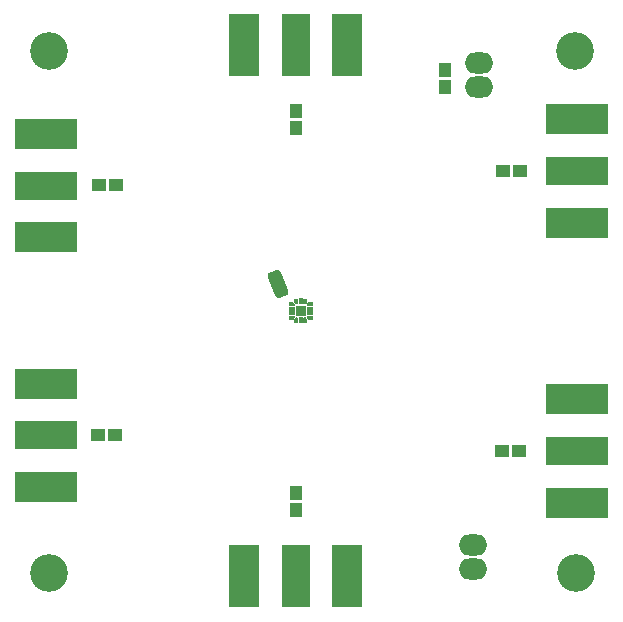
<source format=gts>
G04*
G04 #@! TF.GenerationSoftware,Altium Limited,Altium Designer,19.0.5 (141)*
G04*
G04 Layer_Color=8388736*
%FSLAX44Y44*%
%MOMM*%
G71*
G01*
G75*
%ADD18R,0.2000X0.2000*%
%ADD24R,5.2832X2.4892*%
%ADD25R,5.2832X2.6162*%
%ADD26R,2.4892X5.2832*%
%ADD27R,2.6162X5.2832*%
%ADD28R,0.8800X0.8800*%
%ADD29R,0.3400X0.5000*%
%ADD30R,0.5000X0.3400*%
%ADD31R,1.1332X1.2132*%
%ADD32R,1.2132X1.1332*%
%ADD33O,2.4032X1.8032*%
G04:AMPARAMS|DCode=34|XSize=2.3mm|YSize=1.2mm|CornerRadius=0.3mm|HoleSize=0mm|Usage=FLASHONLY|Rotation=112.000|XOffset=0mm|YOffset=0mm|HoleType=Round|Shape=RoundedRectangle|*
%AMROUNDEDRECTD34*
21,1,2.3000,0.6000,0,0,112.0*
21,1,1.7000,1.2000,0,0,112.0*
1,1,0.6000,-0.0403,0.9005*
1,1,0.6000,0.5966,-0.6757*
1,1,0.6000,0.0403,-0.9005*
1,1,0.6000,-0.5966,0.6757*
%
%ADD34ROUNDEDRECTD34*%
%ADD35C,3.2032*%
G36*
X246815Y245884D02*
X246708Y245858D01*
X246606Y245816D01*
X246512Y245758D01*
X246428Y245686D01*
X246357Y245603D01*
X246299Y245509D01*
X246257Y245407D01*
X246231Y245300D01*
X246223Y245190D01*
Y244290D01*
X246225Y244261D01*
X246225Y244232D01*
X246229Y244206D01*
X246231Y244180D01*
X246238Y244152D01*
X246243Y244123D01*
X246251Y244098D01*
X246257Y244073D01*
X246268Y244046D01*
X246277Y244018D01*
X246289Y243995D01*
X246299Y243971D01*
X246314Y243946D01*
X246328Y243920D01*
X246343Y243899D01*
X246357Y243877D01*
X246376Y243855D01*
X246393Y243832D01*
X246411Y243813D01*
X246428Y243794D01*
X246450Y243775D01*
X246471Y243754D01*
X247771Y242654D01*
X247792Y242639D01*
X247812Y242622D01*
X247837Y242607D01*
X247861Y242590D01*
X247884Y242578D01*
X247906Y242564D01*
X247933Y242553D01*
X247959Y242540D01*
X247984Y242532D01*
X248008Y242522D01*
X248036Y242515D01*
X248064Y242507D01*
X248090Y242502D01*
X248115Y242496D01*
X248144Y242494D01*
X248173Y242490D01*
X248199Y242490D01*
X248225Y242488D01*
X250525D01*
X250635Y242496D01*
X250742Y242522D01*
X250844Y242564D01*
X250937Y242622D01*
X251021Y242694D01*
X251093Y242777D01*
X251150Y242871D01*
X251192Y242973D01*
X251218Y243080D01*
X251227Y243190D01*
Y245190D01*
X251218Y245300D01*
X251192Y245407D01*
X251150Y245509D01*
X251093Y245603D01*
X251021Y245686D01*
X250937Y245758D01*
X250844Y245816D01*
X250742Y245858D01*
X250635Y245884D01*
X250525Y245892D01*
X246925D01*
X246815Y245884D01*
D02*
G37*
G36*
X243915Y244683D02*
X243808Y244658D01*
X243706Y244616D01*
X243612Y244558D01*
X243528Y244487D01*
X243457Y244403D01*
X243399Y244309D01*
X243357Y244207D01*
X243331Y244100D01*
X243323Y243990D01*
Y240390D01*
X243331Y240280D01*
X243357Y240173D01*
X243399Y240071D01*
X243457Y239977D01*
X243528Y239893D01*
X243612Y239822D01*
X243706Y239764D01*
X243808Y239722D01*
X243915Y239697D01*
X244025Y239688D01*
X246025D01*
X246134Y239697D01*
X246242Y239722D01*
X246343Y239764D01*
X246437Y239822D01*
X246521Y239893D01*
X246593Y239977D01*
X246650Y240071D01*
X246693Y240173D01*
X246718Y240280D01*
X246727Y240390D01*
Y242690D01*
X246725Y242716D01*
X246725Y242742D01*
X246721Y242771D01*
X246718Y242800D01*
X246712Y242825D01*
X246708Y242851D01*
X246699Y242879D01*
X246693Y242907D01*
X246683Y242931D01*
X246675Y242956D01*
X246661Y242982D01*
X246650Y243009D01*
X246637Y243031D01*
X246625Y243054D01*
X246608Y243078D01*
X246593Y243103D01*
X246576Y243122D01*
X246561Y243144D01*
X245461Y244443D01*
X245440Y244464D01*
X245421Y244487D01*
X245401Y244503D01*
X245383Y244522D01*
X245359Y244539D01*
X245337Y244558D01*
X245315Y244572D01*
X245294Y244587D01*
X245268Y244600D01*
X245243Y244616D01*
X245219Y244625D01*
X245196Y244638D01*
X245169Y244647D01*
X245142Y244658D01*
X245116Y244664D01*
X245092Y244672D01*
X245063Y244677D01*
X245035Y244683D01*
X245009Y244686D01*
X244983Y244690D01*
X244954Y244690D01*
X244925Y244692D01*
X244025D01*
X243915Y244683D01*
D02*
G37*
G36*
X231415Y245884D02*
X231308Y245858D01*
X231206Y245816D01*
X231112Y245758D01*
X231028Y245686D01*
X230957Y245603D01*
X230899Y245509D01*
X230857Y245407D01*
X230831Y245300D01*
X230823Y245190D01*
Y243190D01*
X230831Y243080D01*
X230857Y242973D01*
X230899Y242871D01*
X230957Y242777D01*
X231028Y242694D01*
X231112Y242622D01*
X231206Y242564D01*
X231308Y242522D01*
X231415Y242496D01*
X231525Y242488D01*
X233825D01*
X233851Y242490D01*
X233877Y242490D01*
X233905Y242494D01*
X233935Y242496D01*
X233960Y242502D01*
X233986Y242507D01*
X234013Y242515D01*
X234042Y242522D01*
X234066Y242532D01*
X234090Y242540D01*
X234116Y242553D01*
X234144Y242564D01*
X234165Y242578D01*
X234189Y242590D01*
X234213Y242607D01*
X234237Y242622D01*
X234257Y242639D01*
X234278Y242654D01*
X235578Y243754D01*
X235599Y243775D01*
X235621Y243794D01*
X235638Y243813D01*
X235657Y243832D01*
X235674Y243855D01*
X235693Y243877D01*
X235706Y243899D01*
X235722Y243920D01*
X235735Y243946D01*
X235750Y243971D01*
X235760Y243995D01*
X235772Y244018D01*
X235781Y244046D01*
X235793Y244073D01*
X235799Y244098D01*
X235807Y244123D01*
X235811Y244152D01*
X235818Y244180D01*
X235820Y244206D01*
X235824Y244232D01*
X235825Y244261D01*
X235827Y244290D01*
Y245190D01*
X235818Y245300D01*
X235793Y245407D01*
X235750Y245509D01*
X235693Y245603D01*
X235621Y245686D01*
X235537Y245758D01*
X235443Y245816D01*
X235342Y245858D01*
X235235Y245884D01*
X235125Y245892D01*
X231525D01*
X231415Y245884D01*
D02*
G37*
G36*
X237095Y244690D02*
X237066Y244690D01*
X237041Y244686D01*
X237015Y244683D01*
X236986Y244677D01*
X236958Y244672D01*
X236933Y244664D01*
X236908Y244658D01*
X236881Y244647D01*
X236853Y244638D01*
X236830Y244625D01*
X236806Y244616D01*
X236781Y244600D01*
X236755Y244587D01*
X236734Y244572D01*
X236712Y244558D01*
X236690Y244539D01*
X236666Y244522D01*
X236648Y244503D01*
X236628Y244487D01*
X236609Y244464D01*
X236589Y244443D01*
X235489Y243144D01*
X235473Y243122D01*
X235457Y243103D01*
X235441Y243078D01*
X235424Y243054D01*
X235413Y243031D01*
X235399Y243009D01*
X235388Y242982D01*
X235375Y242956D01*
X235367Y242931D01*
X235357Y242907D01*
X235350Y242879D01*
X235341Y242851D01*
X235337Y242825D01*
X235331Y242800D01*
X235329Y242771D01*
X235324Y242742D01*
X235325Y242716D01*
X235323Y242690D01*
Y240390D01*
X235331Y240280D01*
X235357Y240173D01*
X235399Y240071D01*
X235457Y239977D01*
X235528Y239893D01*
X235612Y239822D01*
X235706Y239764D01*
X235808Y239722D01*
X235915Y239697D01*
X236025Y239688D01*
X238025D01*
X238135Y239697D01*
X238242Y239722D01*
X238344Y239764D01*
X238437Y239822D01*
X238521Y239893D01*
X238593Y239977D01*
X238650Y240071D01*
X238692Y240173D01*
X238718Y240280D01*
X238727Y240390D01*
Y243990D01*
X238718Y244100D01*
X238692Y244207D01*
X238650Y244309D01*
X238593Y244403D01*
X238521Y244487D01*
X238437Y244558D01*
X238344Y244616D01*
X238242Y244658D01*
X238135Y244683D01*
X238025Y244692D01*
X237125D01*
X237095Y244690D01*
D02*
G37*
G36*
X243915Y260683D02*
X243808Y260658D01*
X243706Y260616D01*
X243612Y260558D01*
X243528Y260487D01*
X243457Y260403D01*
X243399Y260309D01*
X243357Y260207D01*
X243331Y260100D01*
X243323Y259990D01*
Y256390D01*
X243331Y256280D01*
X243357Y256173D01*
X243399Y256071D01*
X243457Y255977D01*
X243528Y255893D01*
X243612Y255822D01*
X243706Y255764D01*
X243808Y255722D01*
X243915Y255697D01*
X244025Y255688D01*
X244925D01*
X244954Y255690D01*
X244983Y255690D01*
X245009Y255694D01*
X245035Y255697D01*
X245063Y255703D01*
X245092Y255708D01*
X245116Y255716D01*
X245142Y255722D01*
X245169Y255733D01*
X245196Y255742D01*
X245219Y255754D01*
X245243Y255764D01*
X245268Y255780D01*
X245294Y255793D01*
X245315Y255808D01*
X245337Y255822D01*
X245359Y255841D01*
X245383Y255858D01*
X245401Y255877D01*
X245421Y255893D01*
X245440Y255916D01*
X245461Y255936D01*
X246561Y257236D01*
X246576Y257257D01*
X246593Y257277D01*
X246608Y257302D01*
X246625Y257326D01*
X246637Y257349D01*
X246650Y257371D01*
X246661Y257398D01*
X246675Y257424D01*
X246683Y257449D01*
X246693Y257473D01*
X246699Y257501D01*
X246708Y257529D01*
X246712Y257555D01*
X246718Y257580D01*
X246721Y257610D01*
X246725Y257638D01*
X246725Y257664D01*
X246727Y257690D01*
Y259990D01*
X246718Y260100D01*
X246693Y260207D01*
X246650Y260309D01*
X246593Y260403D01*
X246521Y260487D01*
X246437Y260558D01*
X246343Y260616D01*
X246242Y260658D01*
X246134Y260683D01*
X246025Y260692D01*
X244025D01*
X243915Y260683D01*
D02*
G37*
G36*
X248199Y257890D02*
X248173Y257890D01*
X248144Y257886D01*
X248115Y257883D01*
X248090Y257877D01*
X248064Y257873D01*
X248036Y257865D01*
X248008Y257858D01*
X247984Y257848D01*
X247959Y257840D01*
X247933Y257827D01*
X247906Y257816D01*
X247884Y257802D01*
X247861Y257790D01*
X247837Y257773D01*
X247812Y257758D01*
X247792Y257741D01*
X247771Y257726D01*
X246471Y256626D01*
X246450Y256605D01*
X246428Y256586D01*
X246411Y256567D01*
X246393Y256549D01*
X246376Y256525D01*
X246357Y256503D01*
X246343Y256481D01*
X246328Y256460D01*
X246314Y256434D01*
X246299Y256409D01*
X246289Y256385D01*
X246277Y256362D01*
X246268Y256334D01*
X246257Y256307D01*
X246251Y256282D01*
X246243Y256257D01*
X246238Y256228D01*
X246231Y256200D01*
X246229Y256174D01*
X246225Y256148D01*
X246225Y256119D01*
X246222Y256090D01*
Y255190D01*
X246231Y255080D01*
X246257Y254973D01*
X246299Y254871D01*
X246357Y254777D01*
X246428Y254694D01*
X246512Y254622D01*
X246606Y254564D01*
X246708Y254522D01*
X246815Y254496D01*
X246925Y254488D01*
X250525D01*
X250634Y254496D01*
X250742Y254522D01*
X250844Y254564D01*
X250937Y254622D01*
X251021Y254694D01*
X251093Y254777D01*
X251150Y254871D01*
X251192Y254973D01*
X251218Y255080D01*
X251227Y255190D01*
Y257190D01*
X251218Y257300D01*
X251192Y257407D01*
X251150Y257509D01*
X251093Y257603D01*
X251021Y257687D01*
X250937Y257758D01*
X250844Y257816D01*
X250742Y257858D01*
X250634Y257883D01*
X250525Y257892D01*
X248225D01*
X248199Y257890D01*
D02*
G37*
G36*
X231415Y257883D02*
X231308Y257858D01*
X231206Y257816D01*
X231112Y257758D01*
X231028Y257687D01*
X230957Y257603D01*
X230899Y257509D01*
X230857Y257407D01*
X230831Y257300D01*
X230823Y257190D01*
Y255190D01*
X230831Y255080D01*
X230857Y254973D01*
X230899Y254871D01*
X230957Y254777D01*
X231028Y254694D01*
X231112Y254622D01*
X231206Y254564D01*
X231308Y254522D01*
X231415Y254496D01*
X231525Y254488D01*
X235125D01*
X235235Y254496D01*
X235342Y254522D01*
X235443Y254564D01*
X235537Y254622D01*
X235621Y254694D01*
X235693Y254777D01*
X235750Y254871D01*
X235793Y254973D01*
X235818Y255080D01*
X235827Y255190D01*
Y256090D01*
X235825Y256119D01*
X235824Y256148D01*
X235820Y256174D01*
X235818Y256200D01*
X235811Y256228D01*
X235807Y256257D01*
X235799Y256282D01*
X235793Y256307D01*
X235781Y256334D01*
X235772Y256362D01*
X235760Y256385D01*
X235750Y256409D01*
X235735Y256434D01*
X235722Y256460D01*
X235706Y256481D01*
X235693Y256503D01*
X235674Y256525D01*
X235657Y256549D01*
X235638Y256567D01*
X235621Y256586D01*
X235599Y256605D01*
X235578Y256626D01*
X234278Y257726D01*
X234257Y257741D01*
X234237Y257758D01*
X234213Y257773D01*
X234189Y257790D01*
X234165Y257802D01*
X234144Y257816D01*
X234116Y257827D01*
X234090Y257840D01*
X234066Y257848D01*
X234042Y257858D01*
X234013Y257865D01*
X233986Y257873D01*
X233960Y257877D01*
X233935Y257883D01*
X233905Y257886D01*
X233877Y257890D01*
X233851Y257890D01*
X233825Y257892D01*
X231525D01*
X231415Y257883D01*
D02*
G37*
G36*
X235915Y260683D02*
X235808Y260658D01*
X235706Y260616D01*
X235612Y260558D01*
X235528Y260487D01*
X235457Y260403D01*
X235399Y260309D01*
X235357Y260207D01*
X235331Y260100D01*
X235323Y259990D01*
Y257690D01*
X235325Y257664D01*
X235324Y257638D01*
X235329Y257610D01*
X235331Y257580D01*
X235337Y257555D01*
X235341Y257529D01*
X235350Y257501D01*
X235357Y257473D01*
X235367Y257449D01*
X235375Y257424D01*
X235388Y257398D01*
X235399Y257371D01*
X235413Y257349D01*
X235424Y257326D01*
X235441Y257302D01*
X235457Y257277D01*
X235473Y257258D01*
X235489Y257236D01*
X236589Y255937D01*
X236609Y255916D01*
X236628Y255893D01*
X236648Y255877D01*
X236666Y255858D01*
X236690Y255841D01*
X236712Y255822D01*
X236734Y255808D01*
X236755Y255793D01*
X236781Y255780D01*
X236806Y255764D01*
X236830Y255755D01*
X236853Y255742D01*
X236881Y255733D01*
X236908Y255722D01*
X236933Y255716D01*
X236958Y255708D01*
X236986Y255703D01*
X237015Y255697D01*
X237041Y255694D01*
X237066Y255690D01*
X237095Y255690D01*
X237125Y255688D01*
X238025D01*
X238135Y255697D01*
X238242Y255722D01*
X238344Y255764D01*
X238437Y255822D01*
X238521Y255893D01*
X238593Y255977D01*
X238650Y256071D01*
X238692Y256173D01*
X238718Y256280D01*
X238727Y256390D01*
Y259990D01*
X238718Y260100D01*
X238692Y260207D01*
X238650Y260309D01*
X238593Y260403D01*
X238521Y260487D01*
X238437Y260558D01*
X238344Y260616D01*
X238242Y260658D01*
X238135Y260683D01*
X238025Y260692D01*
X236025D01*
X235915Y260683D01*
D02*
G37*
D18*
X237025Y241590D02*
D03*
X245015Y241510D02*
D03*
X249265Y244190D02*
D03*
X249475Y256190D02*
D03*
X245025Y258930D02*
D03*
X237025D02*
D03*
X232575Y256190D02*
D03*
X232525Y244180D02*
D03*
D24*
X474540Y131445D02*
D03*
X474705Y368465D02*
D03*
X25356Y144780D02*
D03*
Y356235D02*
D03*
D25*
X474540Y175260D02*
D03*
Y87630D02*
D03*
X474705Y412280D02*
D03*
Y324650D02*
D03*
X25356Y100965D02*
D03*
Y188595D02*
D03*
Y312420D02*
D03*
Y400050D02*
D03*
D26*
X236580Y25790D02*
D03*
Y474980D02*
D03*
D27*
X280395Y25790D02*
D03*
X192765D02*
D03*
Y474980D02*
D03*
X280395D02*
D03*
D28*
X241025Y250190D02*
D03*
D29*
Y258190D02*
D03*
Y242190D02*
D03*
D30*
X233325Y248190D02*
D03*
Y252190D02*
D03*
X248715Y248190D02*
D03*
Y252190D02*
D03*
D31*
X236999Y81810D02*
D03*
Y95990D02*
D03*
X237025Y419310D02*
D03*
Y405130D02*
D03*
X362945Y454130D02*
D03*
Y439950D02*
D03*
D32*
X69575Y144780D02*
D03*
X83755D02*
D03*
X412265Y368300D02*
D03*
X426445D02*
D03*
X411735Y131676D02*
D03*
X425915D02*
D03*
X70105Y356870D02*
D03*
X84285D02*
D03*
D33*
X387075Y31910D02*
D03*
Y51910D02*
D03*
X392155Y439740D02*
D03*
Y459740D02*
D03*
D34*
X221975Y272600D02*
D03*
D35*
X473666Y27940D02*
D03*
X27896D02*
D03*
X27665Y469900D02*
D03*
X473435D02*
D03*
M02*

</source>
